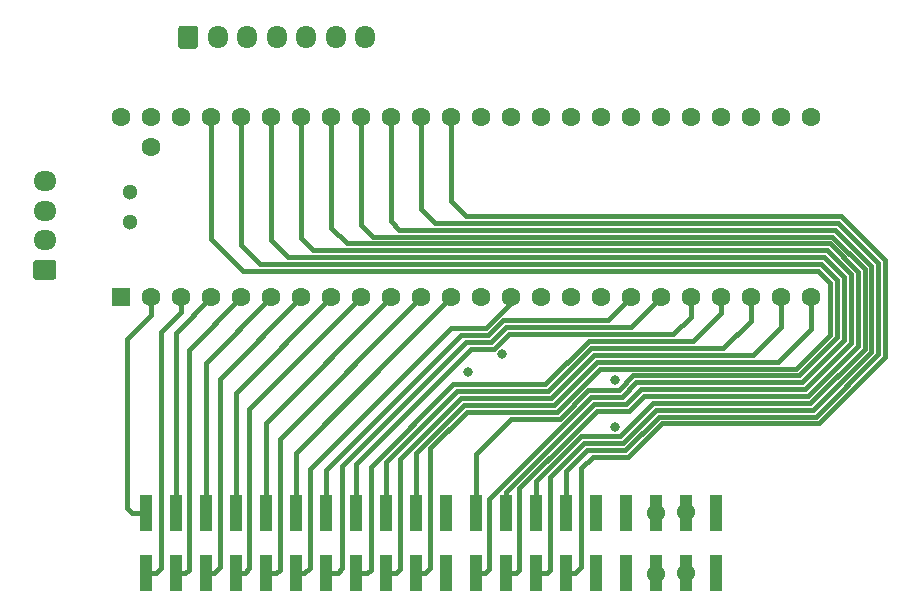
<source format=gbr>
G04 #@! TF.GenerationSoftware,KiCad,Pcbnew,(5.1.10)-1*
G04 #@! TF.CreationDate,2021-10-17T01:43:43+10:00*
G04 #@! TF.ProjectId,RedPyKeeb_MCU,52656450-794b-4656-9562-5f4d43552e6b,rev?*
G04 #@! TF.SameCoordinates,Original*
G04 #@! TF.FileFunction,Copper,L4,Bot*
G04 #@! TF.FilePolarity,Positive*
%FSLAX46Y46*%
G04 Gerber Fmt 4.6, Leading zero omitted, Abs format (unit mm)*
G04 Created by KiCad (PCBNEW (5.1.10)-1) date 2021-10-17 01:43:43*
%MOMM*%
%LPD*%
G01*
G04 APERTURE LIST*
G04 #@! TA.AperFunction,SMDPad,CuDef*
%ADD10R,1.000000X3.150000*%
G04 #@! TD*
G04 #@! TA.AperFunction,ComponentPad*
%ADD11C,1.600000*%
G04 #@! TD*
G04 #@! TA.AperFunction,ComponentPad*
%ADD12R,1.600000X1.600000*%
G04 #@! TD*
G04 #@! TA.AperFunction,ComponentPad*
%ADD13C,1.300000*%
G04 #@! TD*
G04 #@! TA.AperFunction,ComponentPad*
%ADD14O,1.700000X1.950000*%
G04 #@! TD*
G04 #@! TA.AperFunction,ComponentPad*
%ADD15O,1.950000X1.700000*%
G04 #@! TD*
G04 #@! TA.AperFunction,ViaPad*
%ADD16C,0.800000*%
G04 #@! TD*
G04 #@! TA.AperFunction,ViaPad*
%ADD17C,1.524000*%
G04 #@! TD*
G04 #@! TA.AperFunction,Conductor*
%ADD18C,0.381000*%
G04 #@! TD*
G04 APERTURE END LIST*
D10*
X73870000Y-66025240D03*
X53550000Y-71075000D03*
X84030000Y-71075000D03*
X84030000Y-66025000D03*
X81490000Y-71075000D03*
X81490000Y-66025000D03*
X78950000Y-71075000D03*
X78950000Y-66025000D03*
X76410000Y-71075000D03*
X76410000Y-66025000D03*
X73870000Y-71075000D03*
X71330000Y-71075000D03*
X71330000Y-66025000D03*
X68790000Y-71075000D03*
X68790000Y-66025000D03*
X66250000Y-71075000D03*
X66250000Y-66025000D03*
X63710000Y-71075000D03*
X63710000Y-66025000D03*
X61170000Y-71075000D03*
X61170000Y-66025000D03*
X58630000Y-71075000D03*
X58630000Y-66025000D03*
X56090000Y-71075000D03*
X56090000Y-66025000D03*
X53550000Y-66025000D03*
X51010000Y-71075000D03*
X51010000Y-66025000D03*
X48470000Y-71075000D03*
X48470000Y-66025000D03*
X45930000Y-71075000D03*
X45930000Y-66025000D03*
X43390000Y-71075000D03*
X43390000Y-66025000D03*
X40850000Y-71075000D03*
X40850000Y-66025000D03*
X38310000Y-71075000D03*
X38310000Y-66025000D03*
X35770000Y-71075000D03*
X35770000Y-66025000D03*
D11*
X36195000Y-35052000D03*
X33655000Y-32512000D03*
X36195000Y-32512000D03*
X38735000Y-32512000D03*
X41275000Y-32512000D03*
X43815000Y-32512000D03*
X46355000Y-32512000D03*
X48895000Y-32512000D03*
X51435000Y-32512000D03*
X53975000Y-32512000D03*
X56515000Y-32512000D03*
X59055000Y-32512000D03*
X61595000Y-32512000D03*
X64135000Y-32512000D03*
X66675000Y-32512000D03*
D12*
X33655000Y-47752000D03*
D11*
X36195000Y-47752000D03*
X38735000Y-47752000D03*
X41275000Y-47752000D03*
X43815000Y-47752000D03*
X46355000Y-47752000D03*
X48895000Y-47752000D03*
X51435000Y-47752000D03*
X53975000Y-47752000D03*
X56515000Y-47752000D03*
X59055000Y-47752000D03*
X61595000Y-47752000D03*
X64135000Y-47752000D03*
X69215000Y-32512000D03*
X71755000Y-32512000D03*
X74295000Y-32512000D03*
X76835000Y-32512000D03*
X79375000Y-32512000D03*
X81915000Y-32512000D03*
X84455000Y-32512000D03*
X86995000Y-32512000D03*
X89535000Y-32512000D03*
X92075000Y-32512000D03*
X92075000Y-47752000D03*
X89535000Y-47752000D03*
X86995000Y-47752000D03*
X84455000Y-47752000D03*
X66675000Y-47752000D03*
X69215000Y-47752000D03*
X71755000Y-47752000D03*
X81915000Y-47752000D03*
X79375000Y-47752000D03*
X76835000Y-47752000D03*
X74295000Y-47752000D03*
D13*
X34385000Y-41402000D03*
X34385000Y-38862000D03*
D14*
X54344600Y-25730200D03*
X51844600Y-25730200D03*
X49344600Y-25730200D03*
X46844600Y-25730200D03*
X44344600Y-25730200D03*
X41844600Y-25730200D03*
G04 #@! TA.AperFunction,ComponentPad*
G36*
G01*
X38494600Y-26455200D02*
X38494600Y-25005200D01*
G75*
G02*
X38744600Y-24755200I250000J0D01*
G01*
X39944600Y-24755200D01*
G75*
G02*
X40194600Y-25005200I0J-250000D01*
G01*
X40194600Y-26455200D01*
G75*
G02*
X39944600Y-26705200I-250000J0D01*
G01*
X38744600Y-26705200D01*
G75*
G02*
X38494600Y-26455200I0J250000D01*
G01*
G37*
G04 #@! TD.AperFunction*
D15*
X27203400Y-37915200D03*
X27203400Y-40415200D03*
X27203400Y-42915200D03*
G04 #@! TA.AperFunction,ComponentPad*
G36*
G01*
X27928400Y-46265200D02*
X26478400Y-46265200D01*
G75*
G02*
X26228400Y-46015200I0J250000D01*
G01*
X26228400Y-44815200D01*
G75*
G02*
X26478400Y-44565200I250000J0D01*
G01*
X27928400Y-44565200D01*
G75*
G02*
X28178400Y-44815200I0J-250000D01*
G01*
X28178400Y-46015200D01*
G75*
G02*
X27928400Y-46265200I-250000J0D01*
G01*
G37*
G04 #@! TD.AperFunction*
D16*
X76400000Y-71100000D03*
X73900000Y-71100000D03*
X76400000Y-66000000D03*
X73900000Y-66000000D03*
X43390000Y-66025000D03*
X63017400Y-54102000D03*
X75514200Y-54762400D03*
X65963800Y-52578000D03*
D17*
X78937300Y-71140800D03*
X78950000Y-65997300D03*
D16*
X51010000Y-71075000D03*
X51010000Y-66025000D03*
X48470000Y-71075000D03*
X48470000Y-66025000D03*
X45930000Y-71075000D03*
X45930000Y-66025000D03*
X43390000Y-71075000D03*
X53550000Y-66025000D03*
X53550000Y-71075000D03*
X56090000Y-66025000D03*
X56090000Y-71075000D03*
X58630000Y-66025000D03*
X58630000Y-71075000D03*
X63710000Y-66025000D03*
X71330000Y-66025000D03*
X68790000Y-71075000D03*
X68790000Y-66025000D03*
X66250000Y-71075000D03*
X66250000Y-66025000D03*
X63710000Y-71075000D03*
X61170000Y-71075000D03*
X61170000Y-65930000D03*
X75514200Y-58695500D03*
D17*
X81515400Y-65946500D03*
X81490000Y-71102700D03*
D16*
X40850000Y-71075000D03*
X40850000Y-66025000D03*
X38310000Y-71075000D03*
X38310000Y-66025000D03*
X35770000Y-71075000D03*
X35770000Y-66025000D03*
X71330000Y-71075000D03*
X84042700Y-66022700D03*
X84030000Y-71075000D03*
D18*
X43390000Y-55797000D02*
X51435000Y-47752000D01*
X43390000Y-66025000D02*
X43390000Y-66025000D01*
X43390000Y-66025000D02*
X43390000Y-55797000D01*
X51010000Y-71075000D02*
X51010000Y-71075000D01*
X76963500Y-50163500D02*
X79375000Y-47752000D01*
X66262334Y-50281010D02*
X76845990Y-50281010D01*
X62875490Y-51524510D02*
X65018835Y-51524509D01*
X76845990Y-50281010D02*
X76963500Y-50163500D01*
X52400000Y-62000000D02*
X62875490Y-51524510D01*
X52400000Y-70693000D02*
X52400000Y-62000000D01*
X52018000Y-71075000D02*
X52400000Y-70693000D01*
X65018835Y-51524509D02*
X66262334Y-50281010D01*
X51010000Y-71075000D02*
X52018000Y-71075000D01*
X51010000Y-66025000D02*
X51010000Y-66025000D01*
X51010000Y-62390000D02*
X51010000Y-66025000D01*
X62456500Y-50943500D02*
X51010000Y-62390000D01*
X64778172Y-50943500D02*
X62456500Y-50943500D01*
X66021672Y-49700000D02*
X64778172Y-50943500D01*
X74887000Y-49700000D02*
X66021672Y-49700000D01*
X76835000Y-47752000D02*
X74887000Y-49700000D01*
X61600000Y-50300000D02*
X49625000Y-62275000D01*
X49625000Y-62275000D02*
X49625000Y-70625000D01*
X49625000Y-70625000D02*
X49175000Y-71075000D01*
X49175000Y-71075000D02*
X48470000Y-71075000D01*
X48470000Y-71075000D02*
X48470000Y-71075000D01*
X61600000Y-50300000D02*
X64600000Y-50300000D01*
X66675000Y-48225000D02*
X66675000Y-47752000D01*
X64600000Y-50300000D02*
X66675000Y-48225000D01*
X48470000Y-60877000D02*
X61595000Y-47752000D01*
X48470000Y-66025000D02*
X48470000Y-66025000D01*
X50873500Y-58473500D02*
X61595000Y-47752000D01*
X48470000Y-66025000D02*
X48470000Y-60877000D01*
X47100000Y-59707000D02*
X59055000Y-47752000D01*
X47100000Y-70800000D02*
X47100000Y-59707000D01*
X46825000Y-71075000D02*
X47100000Y-70800000D01*
X45930000Y-71075000D02*
X45930000Y-71075000D01*
X45930000Y-71075000D02*
X46825000Y-71075000D01*
X45930000Y-58337000D02*
X56515000Y-47752000D01*
X45930000Y-66025000D02*
X45930000Y-66025000D01*
X45930000Y-66025000D02*
X45930000Y-58337000D01*
X53975000Y-47752000D02*
X44525000Y-57202000D01*
X44525000Y-57202000D02*
X44525000Y-70675000D01*
X44525000Y-70675000D02*
X44125000Y-71075000D01*
X44125000Y-71075000D02*
X43390000Y-71075000D01*
X43390000Y-71075000D02*
X43390000Y-71075000D01*
X53550000Y-66025000D02*
X53550000Y-66025000D01*
X81915000Y-49385000D02*
X81915000Y-47752000D01*
X80437980Y-50862020D02*
X81915000Y-49385000D01*
X63294482Y-52105518D02*
X65266340Y-52105518D01*
X66509838Y-50862020D02*
X80437980Y-50862020D01*
X53550000Y-61850000D02*
X63294482Y-52105518D01*
X65266340Y-52105518D02*
X66509838Y-50862020D01*
X53550000Y-66025000D02*
X53550000Y-61850000D01*
X53550000Y-71075000D02*
X53550000Y-71075000D01*
X84455000Y-49045000D02*
X84455000Y-47752000D01*
X82056970Y-51443030D02*
X84455000Y-49045000D01*
X73256970Y-51443030D02*
X82056970Y-51443030D01*
X69600000Y-55100000D02*
X73256970Y-51443030D01*
X61800000Y-55100000D02*
X69600000Y-55100000D01*
X54800000Y-62100000D02*
X61800000Y-55100000D01*
X54800000Y-70799499D02*
X54800000Y-62100000D01*
X54524499Y-71075000D02*
X54800000Y-70799499D01*
X53550000Y-71075000D02*
X54524499Y-71075000D01*
X56090000Y-66025000D02*
X56090000Y-66025000D01*
X86995000Y-49705000D02*
X86995000Y-47752000D01*
X84675960Y-52024040D02*
X86995000Y-49705000D01*
X73497632Y-52024040D02*
X84675960Y-52024040D01*
X69840663Y-55681009D02*
X73497632Y-52024040D01*
X62118990Y-55681010D02*
X69840663Y-55681009D01*
X56090000Y-61710000D02*
X62118990Y-55681010D01*
X56090000Y-66025000D02*
X56090000Y-61710000D01*
X56090000Y-71075000D02*
X56090000Y-71075000D01*
X87194950Y-52605050D02*
X89535000Y-50265000D01*
X73738294Y-52605050D02*
X87194950Y-52605050D01*
X70081326Y-56262018D02*
X73738294Y-52605050D01*
X62437982Y-56262018D02*
X70081326Y-56262018D01*
X57300000Y-61400000D02*
X62437982Y-56262018D01*
X89535000Y-50265000D02*
X89535000Y-47752000D01*
X57300000Y-70700000D02*
X57300000Y-61400000D01*
X56925000Y-71075000D02*
X57300000Y-70700000D01*
X56090000Y-71075000D02*
X56925000Y-71075000D01*
X58630000Y-66025000D02*
X58630000Y-66025000D01*
X73978956Y-53186060D02*
X89313940Y-53186060D01*
X70321989Y-56843027D02*
X73978956Y-53186060D01*
X92075000Y-50425000D02*
X92075000Y-47752000D01*
X62678644Y-56843028D02*
X70321989Y-56843027D01*
X89313940Y-53186060D02*
X92075000Y-50425000D01*
X58630000Y-60891672D02*
X62678644Y-56843028D01*
X58630000Y-66025000D02*
X58630000Y-60891672D01*
X90832930Y-53767070D02*
X93700000Y-50900000D01*
X74219618Y-53767070D02*
X90832930Y-53767070D01*
X92700000Y-45500000D02*
X44000000Y-45500000D01*
X93700000Y-50900000D02*
X93700000Y-46500000D01*
X70562652Y-57424036D02*
X74219618Y-53767070D01*
X59860336Y-60483008D02*
X62919308Y-57424036D01*
X41275000Y-42775000D02*
X41275000Y-32512000D01*
X59860336Y-70639664D02*
X59860336Y-60483008D01*
X44000000Y-45500000D02*
X41275000Y-42775000D01*
X59425000Y-71075000D02*
X59860336Y-70639664D01*
X93700000Y-46500000D02*
X92700000Y-45500000D01*
X62919308Y-57424036D02*
X70562652Y-57424036D01*
X58630000Y-71075000D02*
X58630000Y-71075000D01*
X58630000Y-71075000D02*
X59425000Y-71075000D01*
X43815000Y-43315000D02*
X43815000Y-32512000D01*
X94300000Y-46278328D02*
X92940663Y-44918991D01*
X94300000Y-51121672D02*
X94300000Y-46278328D01*
X91073592Y-54348080D02*
X94300000Y-51121672D01*
X75800000Y-55600000D02*
X77051920Y-54348080D01*
X92940663Y-44918991D02*
X45418990Y-44918990D01*
X73208360Y-55600000D02*
X75800000Y-55600000D01*
X70803315Y-58005045D02*
X73208360Y-55600000D01*
X66700000Y-58005046D02*
X70803315Y-58005045D01*
X45418990Y-44918990D02*
X43815000Y-43315000D01*
X63710000Y-60995046D02*
X66700000Y-58005046D01*
X77051920Y-54348080D02*
X91073592Y-54348080D01*
X63710000Y-66025000D02*
X63710000Y-66025000D01*
X63710000Y-66025000D02*
X63710000Y-60995046D01*
X71330000Y-66025000D02*
X71330000Y-66025000D01*
X73095097Y-60648019D02*
X76374967Y-60648019D01*
X71330000Y-62413116D02*
X73095097Y-60648019D01*
X76374967Y-60648019D02*
X79188848Y-57834138D01*
X92517589Y-57834138D02*
X97786056Y-52565641D01*
X79188848Y-57834138D02*
X92517589Y-57834138D01*
X97786056Y-44834352D02*
X94384637Y-41432933D01*
X97786056Y-52565641D02*
X97786056Y-44834352D01*
X94384637Y-41432933D02*
X60232933Y-41432933D01*
X59055000Y-40255000D02*
X59055000Y-32512000D01*
X60232933Y-41432933D02*
X59055000Y-40255000D01*
X71330000Y-66025000D02*
X71330000Y-62413116D01*
X56515000Y-41315000D02*
X56515000Y-32512000D01*
X57213943Y-42013943D02*
X56515000Y-41315000D01*
X78948186Y-57253128D02*
X92276904Y-57253128D01*
X92276904Y-57253128D02*
X97205046Y-52324982D01*
X76134304Y-60067010D02*
X78948186Y-57253128D01*
X72854433Y-60067011D02*
X76134304Y-60067010D01*
X97205047Y-45075015D02*
X94143975Y-42013943D01*
X70000000Y-70800000D02*
X70000000Y-62921444D01*
X97205046Y-52324982D02*
X97205047Y-45075015D01*
X69725000Y-71075000D02*
X70000000Y-70800000D01*
X94143975Y-42013943D02*
X57213943Y-42013943D01*
X70000000Y-62921444D02*
X72854433Y-60067011D01*
X68790000Y-71075000D02*
X68790000Y-71075000D01*
X68790000Y-71075000D02*
X69725000Y-71075000D01*
X68790000Y-63810000D02*
X68790000Y-66025000D01*
X72613771Y-59486001D02*
X68790000Y-63309772D01*
X68790000Y-63309772D02*
X68790000Y-63810000D01*
X75893641Y-59486001D02*
X72613771Y-59486001D01*
X78707522Y-56672120D02*
X75893641Y-59486001D01*
X93903313Y-42594953D02*
X96624038Y-45315678D01*
X96624038Y-45315678D02*
X96624037Y-52084321D01*
X54994953Y-42594953D02*
X93903313Y-42594953D01*
X53975000Y-41575000D02*
X54994953Y-42594953D01*
X92036241Y-56672119D02*
X78707522Y-56672120D01*
X96624037Y-52084321D02*
X92036241Y-56672119D01*
X53975000Y-32512000D02*
X53975000Y-41575000D01*
X68790000Y-66025000D02*
X68790000Y-66025000D01*
X67125000Y-71075000D02*
X66250000Y-71075000D01*
X67400000Y-70800000D02*
X67125000Y-71075000D01*
X51435000Y-32512000D02*
X51435000Y-41835000D01*
X77930562Y-56091110D02*
X76678643Y-57343029D01*
X51435000Y-41835000D02*
X52775963Y-43175963D01*
X67400000Y-63873376D02*
X67400000Y-70800000D01*
X52775963Y-43175963D02*
X93662651Y-43175963D01*
X72234326Y-59039050D02*
X67400000Y-63873376D01*
X93662651Y-43175963D02*
X96043029Y-45556341D01*
X96043028Y-51843660D02*
X91795578Y-56091110D01*
X96043029Y-45556341D02*
X96043028Y-51843660D01*
X72239050Y-59039050D02*
X72234326Y-59039050D01*
X91795578Y-56091110D02*
X77930562Y-56091110D01*
X73935070Y-57343030D02*
X72239050Y-59039050D01*
X76678643Y-57343029D02*
X73935070Y-57343030D01*
X66250000Y-71075000D02*
X66250000Y-71075000D01*
X76437980Y-56762020D02*
X73689684Y-56762020D01*
X77689900Y-55510100D02*
X76437980Y-56762020D01*
X66250000Y-64201704D02*
X66250000Y-66025000D01*
X91554916Y-55510100D02*
X77689900Y-55510100D01*
X95462019Y-51602997D02*
X91554916Y-55510100D01*
X95462019Y-45797003D02*
X95462019Y-51602997D01*
X93421989Y-43756973D02*
X95462019Y-45797003D01*
X49943027Y-43756973D02*
X93421989Y-43756973D01*
X73689684Y-56762020D02*
X66250000Y-64201704D01*
X48895000Y-42708946D02*
X49943027Y-43756973D01*
X48895000Y-32512000D02*
X48895000Y-42708946D01*
X66250000Y-66025000D02*
X66250000Y-66025000D01*
X93181326Y-44337982D02*
X94881010Y-46037666D01*
X46355000Y-42855000D02*
X47837982Y-44337982D01*
X46355000Y-32512000D02*
X46355000Y-42855000D01*
X47837982Y-44337982D02*
X93181326Y-44337982D01*
X94881010Y-50218990D02*
X94881010Y-50681010D01*
X94881010Y-46037666D02*
X94881010Y-50218990D01*
X64525000Y-71075000D02*
X63710000Y-71075000D01*
X64848549Y-70751451D02*
X64525000Y-71075000D01*
X64848549Y-64781483D02*
X64848549Y-70751451D01*
X73449022Y-56181010D02*
X64848549Y-64781483D01*
X77292582Y-54929090D02*
X76040663Y-56181009D01*
X76040663Y-56181009D02*
X73449022Y-56181010D01*
X91314254Y-54929090D02*
X77292582Y-54929090D01*
X94881010Y-51362334D02*
X91314254Y-54929090D01*
X94881010Y-50218990D02*
X94881010Y-51362334D01*
X63710000Y-71075000D02*
X63710000Y-71075000D01*
X48895000Y-47752000D02*
X42023500Y-54623500D01*
X42023500Y-54623500D02*
X42023500Y-70576500D01*
X42023500Y-70576500D02*
X41525000Y-71075000D01*
X41525000Y-71075000D02*
X40850000Y-71075000D01*
X40850000Y-71075000D02*
X40850000Y-71075000D01*
X40850000Y-53257000D02*
X46355000Y-47752000D01*
X40850000Y-66025000D02*
X40850000Y-66025000D01*
X40850000Y-66025000D02*
X40850000Y-53257000D01*
X39400000Y-52167000D02*
X43815000Y-47752000D01*
X39400000Y-70800000D02*
X39400000Y-52167000D01*
X39125000Y-71075000D02*
X39400000Y-70800000D01*
X38310000Y-71075000D02*
X38310000Y-71075000D01*
X38310000Y-71075000D02*
X39125000Y-71075000D01*
X38300000Y-50727000D02*
X38300000Y-66015000D01*
X38300000Y-66015000D02*
X38310000Y-66025000D01*
X41275000Y-47752000D02*
X38300000Y-50727000D01*
X38310000Y-66025000D02*
X38310000Y-66025000D01*
X38735000Y-49015000D02*
X38735000Y-47752000D01*
X37050000Y-50700000D02*
X38735000Y-49015000D01*
X37050000Y-70650000D02*
X37050000Y-50700000D01*
X36625000Y-71075000D02*
X37050000Y-70650000D01*
X35770000Y-71075000D02*
X35770000Y-71075000D01*
X35770000Y-71075000D02*
X36625000Y-71075000D01*
X36195000Y-49195000D02*
X36195000Y-47752000D01*
X34145000Y-51245000D02*
X36195000Y-49195000D01*
X34145000Y-65545000D02*
X34145000Y-51245000D01*
X34625000Y-66025000D02*
X34145000Y-65545000D01*
X35770000Y-66025000D02*
X35770000Y-66025000D01*
X35770000Y-66025000D02*
X34625000Y-66025000D01*
X71330000Y-71075000D02*
X71330000Y-71075000D01*
X72125000Y-71075000D02*
X72600000Y-70600000D01*
X72600000Y-70600000D02*
X72600000Y-62229029D01*
X73600000Y-61229029D02*
X76615630Y-61229028D01*
X72600000Y-62229029D02*
X73600000Y-61229029D01*
X92276929Y-58415148D02*
X92758253Y-58415146D01*
X79429510Y-58415148D02*
X92276929Y-58415148D01*
X76615630Y-61229028D02*
X79429510Y-58415148D01*
X98367065Y-44593689D02*
X94625299Y-40851923D01*
X98367066Y-52806303D02*
X98367065Y-44593689D01*
X92758253Y-58415146D02*
X98367066Y-52806303D01*
X94625299Y-40851923D02*
X62851923Y-40851923D01*
X61595000Y-39595000D02*
X61595000Y-32512000D01*
X62851923Y-40851923D02*
X61595000Y-39595000D01*
X71330000Y-71075000D02*
X72125000Y-71075000D01*
M02*

</source>
